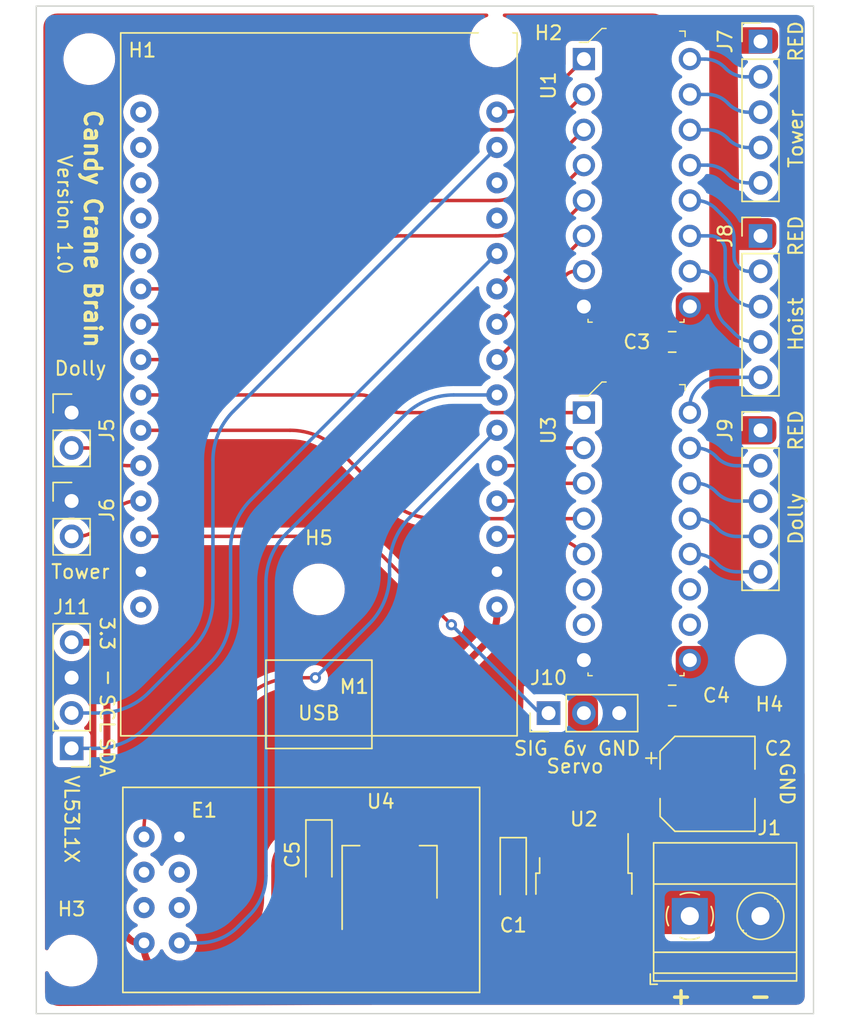
<source format=kicad_pcb>
(kicad_pcb (version 20211014) (generator pcbnew)
  (layers (0 "F.Cu" signal) (31 "B.Cu" signal) (34 "B.Paste" user) (35 "F.Paste" user) (36 "B.SilkS" user "B.Silkscreen") (37 "F.SilkS" user "F.Silkscreen") (38 "B.Mask" user) (39 "F.Mask" user) (44 "Edge.Cuts" user))
  (net 0 "")
  (net 1 "+3V3")
  (net 2 "/RX2")
  (net 3 "/TX2")
  (net 4 "/SDA")
  (net 5 "/SCL")
  (net 13 "Net-(J5-Pad2)")
  (net 15 "+6V")
  (net 16 "VIN")
  (net 17 "GND")
  (net 18 "Net-(J6-Pad2)")
  (net 19 "Net-(J7-Pad2)")
  (net 24 "Net-(J7-Pad3)")
  (net 25 "Net-(J7-Pad4)")
  (net 26 "Net-(J7-Pad5)")
  (net 27 "Net-(J8-Pad2)")
  (net 28 "Net-(J8-Pad3)")
  (net 29 "Net-(J8-Pad4)")
  (net 30 "Net-(J8-Pad5)")
  (net 31 "Net-(J9-Pad2)")
  (net 32 "Net-(J9-Pad3)")
  (net 33 "/ServoSig")
  (net 38 "Net-(J9-Pad4)")
  (net 39 "Net-(J9-Pad5)")
  (net 40 "/S3_P4")
  (net 41 "/S3_P3")
  (net 42 "/S3_P2")
  (net 43 "/S1_P1")
  (net 44 "/S1_P2")
  (net 45 "/S1_P3")
  (net 46 "/S1_P4")
  (net 47 "/S2_P1")
  (net 48 "/S2_P2")
  (net 49 "/S2_P3")
  (net 50 "/S2_P4")
  (net 51 "/S3_P1")
  (footprint "Capacitor_SMD:CP_Elec_6.3x5.9" (layer "F.Cu") (at 107.95 91.44)
    (fp_text reference "C2" (at 5.08 -2.54) (layer "F.SilkS"))
    (fp_text value "100uF")
    (pad "1" smd roundrect (at -2.8 0) (size 3.5 1.6) (layers "F.Cu" "F.Paste" "F.Mask") (roundrect_rratio 0.15625) (net 16 "VIN"))
    (pad "2" smd roundrect (at 2.8 0) (size 3.5 1.6) (layers "F.Cu" "F.Paste" "F.Mask") (roundrect_rratio 0.15625) (net 17 "GND"))
  )
  (footprint "Connector_PinHeader_2.54mm:PinHeader_1x03_P2.54mm_Vertical" (layer "F.Cu") (at 96.52 86.36 90)
    (fp_text reference "J10" (at 2.54 0 180) (layer "F.SilkS"))
    (fp_text value "Conn_01x03")
    (pad "1" thru_hole rect (at 0 0 90) (size 1.7 1.7) (drill 1) (layers *.Cu *.Mask) (net 33 "/ServoSig"))
    (pad "2" thru_hole oval (at 0 2.54 90) (size 1.7 1.7) (drill 1) (layers *.Cu *.Mask) (net 15 "+6V"))
    (pad "3" thru_hole oval (at 0 5.08 90) (size 1.7 1.7) (drill 1) (layers *.Cu *.Mask) (net 17 "GND"))
  )
  (footprint "Capacitor_Tantalum_SMD:CP_EIA-3216-12_Kemet-S_Pad1.58x1.35mm_HandSolder" (layer "F.Cu") (at 93.98 97.79 -90)
    (fp_text reference "C1" (at 3.81 0 180) (layer "F.SilkS"))
    (fp_text value "10uF")
    (pad "1" smd roundrect (at -1.4375 0 270) (size 1.575 1.35) (layers "F.Cu" "F.Paste" "F.Mask") (roundrect_rratio 0.1851851852) (net 15 "+6V"))
    (pad "2" smd roundrect (at 1.4375 0 270) (size 1.575 1.35) (layers "F.Cu" "F.Paste" "F.Mask") (roundrect_rratio 0.1851851852) (net 17 "GND"))
  )
  (footprint "Kitecraft_Boards:ESP32S_30Pin" (layer "F.Cu") (at 80.01 60.96)
    (fp_text reference "M1" (at 2.54 23.495) (layer "F.SilkS"))
    (fp_text value "ESP32_DevKitC-30Pin")
    (fp_text user "USB" (at 0 25.4) (layer "F.SilkS"))
    (pad "1" thru_hole circle locked (at 12.8 17.78) (size 1.524 1.524) (drill 0.762) (layers *.Cu *.Mask) (net 1 "+3V3"))
    (pad "2" thru_hole circle locked (at 12.8 15.24) (size 1.524 1.524) (drill 0.762) (layers *.Cu *.Mask) (net 17 "GND"))
    (pad "3" thru_hole circle locked (at 12.8 12.7) (size 1.524 1.524) (drill 0.762) (layers *.Cu *.Mask) (net 40 "/S3_P4"))
    (pad "4" thru_hole circle locked (at 12.8 10.16) (size 1.524 1.524) (drill 0.762) (layers *.Cu *.Mask) (net 42 "/S3_P2"))
    (pad "5" thru_hole circle locked (at 12.8 7.62) (size 1.524 1.524) (drill 0.762) (layers *.Cu *.Mask) (net 51 "/S3_P1"))
    (pad "6" thru_hole circle locked (at 12.8 5.08) (size 1.524 1.524) (drill 0.762) (layers *.Cu *.Mask) (net 2 "/RX2"))
    (pad "7" thru_hole circle locked (at 12.8 2.54) (size 1.524 1.524) (drill 0.762) (layers *.Cu *.Mask) (net 3 "/TX2"))
    (pad "8" thru_hole circle locked (at 12.8 0) (size 1.524 1.524) (drill 0.762) (layers *.Cu *.Mask) (net 49 "/S2_P3"))
    (pad "9" thru_hole circle locked (at 12.8 -2.54) (size 1.524 1.524) (drill 0.762) (layers *.Cu *.Mask) (net 48 "/S2_P2"))
    (pad "10" thru_hole circle locked (at 12.8 -5.08) (size 1.524 1.524) (drill 0.762) (layers *.Cu *.Mask) (net 47 "/S2_P1"))
    (pad "11" thru_hole circle locked (at 12.8 -7.62) (size 1.524 1.524) (drill 0.762) (layers *.Cu *.Mask) (net 4 "/SDA"))
    (pad "12" thru_hole circle locked (at 12.8 -10.16) (size 1.524 1.524) (drill 0.762) (layers *.Cu *.Mask))
    (pad "13" thru_hole circle locked (at 12.8 -12.7) (size 1.524 1.524) (drill 0.762) (layers *.Cu *.Mask))
    (pad "14" thru_hole circle locked (at 12.8 -15.24) (size 1.524 1.524) (drill 0.762) (layers *.Cu *.Mask) (net 5 "/SCL"))
    (pad "15" thru_hole circle locked (at 12.8 -17.78) (size 1.524 1.524) (drill 0.762) (layers *.Cu *.Mask) (net 43 "/S1_P1"))
    (pad "16" thru_hole circle locked (at -12.8 -17.78) (size 1.524 1.524) (drill 0.762) (layers *.Cu *.Mask))
    (pad "17" thru_hole circle locked (at -12.8 -15.24) (size 1.524 1.524) (drill 0.762) (layers *.Cu *.Mask))
    (pad "18" thru_hole circle locked (at -12.8 -12.7) (size 1.524 1.524) (drill 0.762) (layers *.Cu *.Mask))
    (pad "19" thru_hole circle locked (at -12.8 -10.16) (size 1.524 1.524) (drill 0.762) (layers *.Cu *.Mask))
    (pad "20" thru_hole circle locked (at -12.8 -7.62) (size 1.524 1.524) (drill 0.762) (layers *.Cu *.Mask))
    (pad "21" thru_hole circle locked (at -12.8 -5.08) (size 1.524 1.524) (drill 0.762) (layers *.Cu *.Mask) (net 44 "/S1_P2"))
    (pad "22" thru_hole circle locked (at -12.8 -2.54) (size 1.524 1.524) (drill 0.762) (layers *.Cu *.Mask) (net 45 "/S1_P3"))
    (pad "23" thru_hole circle locked (at -12.8 0) (size 1.524 1.524) (drill 0.762) (layers *.Cu *.Mask) (net 46 "/S1_P4"))
    (pad "24" thru_hole circle locked (at -12.8 2.54) (size 1.524 1.524) (drill 0.762) (layers *.Cu *.Mask) (net 50 "/S2_P4"))
    (pad "25" thru_hole circle locked (at -12.8 5.08) (size 1.524 1.524) (drill 0.762) (layers *.Cu *.Mask) (net 41 "/S3_P3"))
    (pad "26" thru_hole circle locked (at -12.8 7.62) (size 1.524 1.524) (drill 0.762) (layers *.Cu *.Mask) (net 13 "Net-(J5-Pad2)"))
    (pad "27" thru_hole circle locked (at -12.8 10.16) (size 1.524 1.524) (drill 0.762) (layers *.Cu *.Mask) (net 18 "Net-(J6-Pad2)"))
    (pad "28" thru_hole circle locked (at -12.8 12.7) (size 1.524 1.524) (drill 0.762) (layers *.Cu *.Mask) (net 33 "/ServoSig"))
    (pad "29" thru_hole circle locked (at -12.8 15.24) (size 1.524 1.524) (drill 0.762) (layers *.Cu *.Mask) (net 17 "GND"))
    (pad "30" thru_hole circle locked (at -12.8 17.78) (size 1.524 1.524) (drill 0.762) (layers *.Cu *.Mask))
  )
  (footprint "Connector_PinHeader_2.54mm:PinHeader_1x05_P2.54mm_Vertical" (layer "F.Cu") (at 111.76 66.045)
    (fp_text reference "J9" (at -2.54 -0.005 90) (layer "F.SilkS"))
    (fp_text value "Conn_01x05")
    (pad "1" thru_hole rect (at 0 0) (size 1.7 1.7) (drill 1) (layers *.Cu *.Mask) (net 15 "+6V"))
    (pad "2" thru_hole oval (at 0 2.54) (size 1.7 1.7) (drill 1) (layers *.Cu *.Mask) (net 31 "Net-(J9-Pad2)"))
    (pad "3" thru_hole oval (at 0 5.08) (size 1.7 1.7) (drill 1) (layers *.Cu *.Mask) (net 32 "Net-(J9-Pad3)"))
    (pad "4" thru_hole oval (at 0 7.62) (size 1.7 1.7) (drill 1) (layers *.Cu *.Mask) (net 38 "Net-(J9-Pad4)"))
    (pad "5" thru_hole oval (at 0 10.16) (size 1.7 1.7) (drill 1) (layers *.Cu *.Mask) (net 39 "Net-(J9-Pad5)"))
  )
  (footprint "MountingHole:MountingHole_2.7mm" (layer "F.Cu") (at 63.5 39.37)
    (fp_text reference "H1" (at 3.81 -0.635) (layer "F.SilkS"))
    (fp_text value "MountingHole")
    (pad "" np_thru_hole circle (at 0 0) (size 2.7 2.7) (drill 2.7) (layers *.Cu *.Mask))
  )
  (footprint "Package_TO_SOT_SMD:SOT-223-3_TabPin2" (layer "F.Cu") (at 85.09 97.79 90)
    (fp_text reference "U4" (at 5.08 -0.635 180) (layer "F.SilkS"))
    (fp_text value "AP1117-33")
    (pad "1" smd rect (at -3.15 -2.3 90) (size 2 1.5) (layers "F.Cu" "F.Paste" "F.Mask") (net 17 "GND"))
    (pad "2" smd rect (at -3.15 0 90) (size 2 1.5) (layers "F.Cu" "F.Paste" "F.Mask") (net 1 "+3V3"))
    (pad "2" smd rect (at 3.15 0 90) (size 2 3.8) (layers "F.Cu" "F.Paste" "F.Mask") (net 1 "+3V3"))
    (pad "3" smd rect (at -3.15 2.3 90) (size 2 1.5) (layers "F.Cu" "F.Paste" "F.Mask") (net 15 "+6V"))
  )
  (footprint "Capacitor_SMD:C_0805_2012Metric" (layer "F.Cu") (at 105.41 59.69)
    (fp_text reference "C3" (at -2.54 0) (layer "F.SilkS"))
    (fp_text value "1uF")
    (pad "1" smd roundrect (at -0.95 0) (size 1 1.45) (layers "F.Cu" "F.Paste" "F.Mask") (net 17 "GND"))
    (pad "2" smd roundrect (at 0.95 0) (size 1 1.45) (layers "F.Cu" "F.Paste" "F.Mask") (net 15 "+6V"))
  )
  (footprint "MountingHole:MountingHole_2.7mm" (layer "F.Cu") (at 80.01 77.47)
    (fp_text reference "H5" (at 0 -3.7) (layer "F.SilkS"))
    (fp_text value "MountingHole")
    (pad "" np_thru_hole circle (at 0 0) (size 2.7 2.7) (drill 2.7) (layers *.Cu *.Mask))
  )
  (footprint "Kitecraft_Package_DIP:ULN2003 on Socket" (layer "F.Cu") (at 99.06 39.37)
    (fp_text reference "U1" (at -2.54 1.905 90) (layer "F.SilkS"))
    (fp_text value "ULN2003")
    (pad "1" thru_hole rect (at 0 0) (size 1.6 1.6) (drill 1) (layers *.Cu *.Mask) (net 43 "/S1_P1"))
    (pad "2" thru_hole circle (at 0 2.54) (size 1.6 1.6) (drill 1) (layers *.Cu *.Mask) (net 44 "/S1_P2"))
    (pad "3" thru_hole circle (at 0 5.08) (size 1.6 1.6) (drill 1) (layers *.Cu *.Mask) (net 45 "/S1_P3"))
    (pad "4" thru_hole circle (at 0 7.62) (size 1.6 1.6) (drill 1) (layers *.Cu *.Mask) (net 46 "/S1_P4"))
    (pad "5" thru_hole circle (at 0 10.16) (size 1.6 1.6) (drill 1) (layers *.Cu *.Mask) (net 47 "/S2_P1"))
    (pad "6" thru_hole circle (at 0 12.7) (size 1.6 1.6) (drill 1) (layers *.Cu *.Mask) (net 48 "/S2_P2"))
    (pad "7" thru_hole circle (at 0 15.24) (size 1.6 1.6) (drill 1) (layers *.Cu *.Mask) (net 49 "/S2_P3"))
    (pad "8" thru_hole circle (at 0 17.78) (size 1.6 1.6) (drill 1) (layers *.Cu *.Mask) (net 17 "GND"))
    (pad "9" thru_hole circle (at 7.62 17.78) (size 1.6 1.6) (drill 1) (layers *.Cu *.Mask) (net 15 "+6V"))
    (pad "10" thru_hole circle (at 7.62 15.24) (size 1.6 1.6) (drill 1) (layers *.Cu *.Mask) (net 29 "Net-(J8-Pad4)"))
    (pad "11" thru_hole circle (at 7.62 12.7) (size 1.6 1.6) (drill 1) (layers *.Cu *.Mask) (net 28 "Net-(J8-Pad3)"))
    (pad "12" thru_hole circle (at 7.62 10.16) (size 1.6 1.6) (drill 1) (layers *.Cu *.Mask) (net 27 "Net-(J8-Pad2)"))
    (pad "13" thru_hole circle (at 7.62 7.62) (size 1.6 1.6) (drill 1) (layers *.Cu *.Mask) (net 26 "Net-(J7-Pad5)"))
    (pad "14" thru_hole circle (at 7.62 5.08) (size 1.6 1.6) (drill 1) (layers *.Cu *.Mask) (net 25 "Net-(J7-Pad4)"))
    (pad "15" thru_hole circle (at 7.62 2.54) (size 1.6 1.6) (drill 1) (layers *.Cu *.Mask) (net 24 "Net-(J7-Pad3)"))
    (pad "16" thru_hole circle (at 7.62 0) (size 1.6 1.6) (drill 1) (layers *.Cu *.Mask) (net 19 "Net-(J7-Pad2)"))
  )
  (footprint "Connector_PinHeader_2.54mm:PinHeader_1x02_P2.54mm_Vertical" (layer "F.Cu") (at 62.23 71.12)
    (fp_text reference "J6" (at 2.54 0.635 270) (layer "F.SilkS"))
    (fp_text value "Conn_01x02")
    (pad "1" thru_hole rect (at 0 0) (size 1.7 1.7) (drill 1) (layers *.Cu *.Mask) (net 17 "GND"))
    (pad "2" thru_hole oval (at 0 2.54) (size 1.7 1.7) (drill 1) (layers *.Cu *.Mask) (net 18 "Net-(J6-Pad2)"))
  )
  (footprint "Kitecraft_Terminal_Blocks:TerminalBlock_Phoenix_MKDS-1,5-2-5.08_1x02_P5.08mm_Horizontal" (layer "F.Cu") (at 106.675 100.94)
    (fp_text reference "J1" (at 5.72 -6.325) (layer "F.SilkS"))
    (fp_text value "Screw_Terminal_01x02")
    (pad "1" thru_hole rect locked (at 0 0) (size 2.6 2.6) (drill 1.3) (layers *.Cu *.Mask) (net 16 "VIN"))
    (pad "2" thru_hole circle locked (at 5.08 0) (size 2.6 2.6) (drill 1.3) (layers *.Cu *.Mask) (net 17 "GND"))
  )
  (footprint "MountingHole:MountingHole_2.7mm" (layer "F.Cu") (at 111.76 82.55)
    (fp_text reference "H4" (at 0.635 3.175) (layer "F.SilkS"))
    (fp_text value "MountingHole")
    (pad "" np_thru_hole circle (at 0 0) (size 2.7 2.7) (drill 2.7) (layers *.Cu *.Mask))
  )
  (footprint "Connector_PinHeader_2.54mm:PinHeader_1x02_P2.54mm_Vertical" (layer "F.Cu") (at 62.23 64.77)
    (fp_text reference "J5" (at 2.54 1.27 90) (layer "F.SilkS"))
    (fp_text value "Conn_01x02")
    (pad "1" thru_hole rect (at 0 0) (size 1.7 1.7) (drill 1) (layers *.Cu *.Mask) (net 17 "GND"))
    (pad "2" thru_hole oval (at 0 2.54) (size 1.7 1.7) (drill 1) (layers *.Cu *.Mask) (net 13 "Net-(J5-Pad2)"))
  )
  (footprint "MountingHole:MountingHole_2.7mm" (layer "F.Cu") (at 62.23 104.14)
    (fp_text reference "H3" (at 0 -3.7) (layer "F.SilkS"))
    (fp_text value "MountingHole")
    (pad "" np_thru_hole circle (at 0 0) (size 2.7 2.7) (drill 2.7) (layers *.Cu *.Mask))
  )
  (footprint "Connector_PinHeader_2.54mm:PinHeader_1x05_P2.54mm_Vertical" (layer "F.Cu") (at 111.76 38.105)
    (fp_text reference "J7" (at -2.54 -0.005 90) (layer "F.SilkS"))
    (fp_text value "Conn_01x05")
    (pad "1" thru_hole rect (at 0 0) (size 1.7 1.7) (drill 1) (layers *.Cu *.Mask) (net 15 "+6V"))
    (pad "2" thru_hole oval (at 0 2.54) (size 1.7 1.7) (drill 1) (layers *.Cu *.Mask) (net 19 "Net-(J7-Pad2)"))
    (pad "3" thru_hole oval (at 0 5.08) (size 1.7 1.7) (drill 1) (layers *.Cu *.Mask) (net 24 "Net-(J7-Pad3)"))
    (pad "4" thru_hole oval (at 0 7.62) (size 1.7 1.7) (drill 1) (layers *.Cu *.Mask) (net 25 "Net-(J7-Pad4)"))
    (pad "5" thru_hole oval (at 0 10.16) (size 1.7 1.7) (drill 1) (layers *.Cu *.Mask) (net 26 "Net-(J7-Pad5)"))
  )
  (footprint "Connector_PinHeader_2.54mm:PinHeader_1x04_P2.54mm_Vertical" (layer "F.Cu") (at 62.23 88.89 180)
    (fp_text reference "J11" (at 0 10.15 180) (layer "F.SilkS"))
    (fp_text value "Conn_01x04")
    (pad "1" thru_hole rect (at 0 0 180) (size 1.7 1.7) (drill 1) (layers *.Cu *.Mask) (net 4 "/SDA"))
    (pad "2" thru_hole oval (at 0 2.54 180) (size 1.7 1.7) (drill 1) (layers *.Cu *.Mask) (net 5 "/SCL"))
    (pad "3" thru_hole oval (at 0 5.08 180) (size 1.7 1.7) (drill 1) (layers *.Cu *.Mask) (net 17 "GND"))
    (pad "4" thru_hole oval (at 0 7.62 180) (size 1.7 1.7) (drill 1) (layers *.Cu *.Mask) (net 1 "+3V3"))
  )
  (footprint "MountingHole:MountingHole_2.7mm" (layer "F.Cu") (at 92.71 38.1)
    (fp_text reference "H2" (at 3.81 -0.61) (layer "F.SilkS"))
    (fp_text value "MountingHole")
    (pad "" np_thru_hole circle (at 0 0) (size 2.7 2.7) (drill 2.7) (layers *.Cu *.Mask))
  )
  (footprint "Capacitor_SMD:C_0805_2012Metric" (layer "F.Cu") (at 105.41 85.09)
    (fp_text reference "C4" (at 3.175 0) (layer "F.SilkS"))
    (fp_text value "1uF")
    (pad "1" smd roundrect (at -0.95 0) (size 1 1.45) (layers "F.Cu" "F.Paste" "F.Mask") (net 17 "GND"))
    (pad "2" smd roundrect (at 0.95 0) (size 1 1.45) (layers "F.Cu" "F.Paste" "F.Mask") (net 15 "+6V"))
  )
  (footprint "Kitecraft_Package_DIP:ULN2003 on Socket" (layer "F.Cu") (at 99.06 64.77)
    (fp_text reference "U3" (at -2.54 1.27 90) (layer "F.SilkS"))
    (fp_text value "ULN2003")
    (pad "1" thru_hole rect (at 0 0) (size 1.6 1.6) (drill 1) (layers *.Cu *.Mask) (net 50 "/S2_P4"))
    (pad "2" thru_hole circle (at 0 2.54) (size 1.6 1.6) (drill 1) (layers *.Cu *.Mask) (net 51 "/S3_P1"))
    (pad "3" thru_hole circle (at 0 5.08) (size 1.6 1.6) (drill 1) (layers *.Cu *.Mask) (net 42 "/S3_P2"))
    (pad "4" thru_hole circle (at 0 7.62) (size 1.6 1.6) (drill 1) (layers *.Cu *.Mask) (net 41 "/S3_P3"))
    (pad "5" thru_hole circle (at 0 10.16) (size 1.6 1.6) (drill 1) (layers *.Cu *.Mask) (net 40 "/S3_P4"))
    (pad "6" thru_hole circle (at 0 12.7) (size 1.6 1.6) (drill 1) (layers *.Cu *.Mask))
    (pad "7" thru_hole circle (at 0 15.24) (size 1.6 1.6) (drill 1) (layers *.Cu *.Mask))
    (pad "8" thru_hole circle (at 0 17.78) (size 1.6 1.6) (drill 1) (layers *.Cu *.Mask) (net 17 "GND"))
    (pad "9" thru_hole circle (at 7.62 17.78) (size 1.6 1.6) (drill 1) (layers *.Cu *.Mask) (net 15 "+6V"))
    (pad "10" thru_hole circle (at 7.62 15.24) (size 1.6 1.6) (drill 1) (layers *.Cu *.Mask))
    (pad "11" thru_hole circle (at 7.62 12.7) (size 1.6 1.6) (drill 1) (layers *.Cu *.Mask))
    (pad "12" thru_hole circle (at 7.62 10.16) (size 1.6 1.6) (drill 1) (layers *.Cu *.Mask) (net 39 "Net-(J9-Pad5)"))
    (pad "13" thru_hole circle (at 7.62 7.62) (size 1.6 1.6) (drill 1) (layers *.Cu *.Mask) (net 38 "Net-(J9-Pad4)"))
    (pad "14" thru_hole circle (at 7.62 5.08) (size 1.6 1.6) (drill 1) (layers *.Cu *.Mask) (net 32 "Net-(J9-Pad3)"))
    (pad "15" thru_hole circle (at 7.62 2.54) (size 1.6 1.6) (drill 1) (layers *.Cu *.Mask) (net 31 "Net-(J9-Pad2)"))
    (pad "16" thru_hole circle (at 7.62 0) (size 1.6 1.6) (drill 1) (layers *.Cu *.Mask) (net 30 "Net-(J8-Pad5)"))
  )
  (footprint "Kitecraft_Boards:ESP-01_With_Header" (layer "F.Cu") (at 68.707 99.06 -90)
    (fp_text reference "E1" (at -5.715 -3.048 180) (layer "F.SilkS"))
    (fp_text value "ESP-01")
    (pad "1" thru_hole circle locked (at -3.81 -1.27 270) (size 1.524 1.524) (drill 0.762) (layers *.Cu *.Mask) (net 17 "GND"))
    (pad "2" thru_hole circle locked (at -3.81 1.27 270) (size 1.524 1.524) (drill 0.762) (layers *.Cu *.Mask) (net 2 "/RX2"))
    (pad "3" thru_hole circle locked (at -1.27 -1.27 270) (size 1.524 1.524) (drill 0.762) (layers *.Cu *.Mask))
    (pad "4" thru_hole circle locked (at -1.27 1.27 270) (size 1.524 1.524) (drill 0.762) (layers *.Cu *.Mask))
    (pad "5" thru_hole circle locked (at 1.27 -1.27 270) (size 1.524 1.524) (drill 0.762) (layers *.Cu *.Mask))
    (pad "6" thru_hole circle locked (at 1.27 1.27 270) (size 1.524 1.524) (drill 0.762) (layers *.Cu *.Mask))
    (pad "7" thru_hole circle locked (at 3.81 -1.27 270) (size 1.524 1.524) (drill 0.762) (layers *.Cu *.Mask) (net 3 "/TX2"))
    (pad "8" thru_hole circle locked (at 3.81 1.27 270) (size 1.524 1.524) (drill 0.762) (layers *.Cu *.Mask) (net 1 "+3V3"))
  )
  (footprint "Connector_PinHeader_2.54mm:PinHeader_1x05_P2.54mm_Vertical" (layer "F.Cu") (at 111.76 52.075)
    (fp_text reference "J8" (at -2.54 -0.005 90) (layer "F.SilkS"))
    (fp_text value "Conn_01x05")
    (pad "1" thru_hole rect (at 0 0) (size 1.7 1.7) (drill 1) (layers *.Cu *.Mask) (net 15 "+6V"))
    (pad "2" thru_hole oval (at 0 2.54) (size 1.7 1.7) (drill 1) (layers *.Cu *.Mask) (net 27 "Net-(J8-Pad2)"))
    (pad "3" thru_hole oval (at 0 5.08) (size 1.7 1.7) (drill 1) (layers *.Cu *.Mask) (net 28 "Net-(J8-Pad3)"))
    (pad "4" thru_hole oval (at 0 7.62) (size 1.7 1.7) (drill 1) (layers *.Cu *.Mask) (net 29 "Net-(J8-Pad4)"))
    (pad "5" thru_hole oval (at 0 10.16) (size 1.7 1.7) (drill 1) (layers *.Cu *.Mask) (net 30 "Net-(J8-Pad5)"))
  )
  (footprint "Capacitor_Tantalum_SMD:CP_EIA-3216-12_Kemet-S_Pad1.58x1.35mm_HandSolder" (layer "F.Cu") (at 80.01 96.52 -90)
    (fp_text reference "C5" (at 0 1.905 90) (layer "F.SilkS"))
    (fp_text value "10uF")
    (pad "1" smd roundrect (at -1.4375 0 270) (size 1.575 1.35) (layers "F.Cu" "F.Paste" "F.Mask") (roundrect_rratio 0.1851851852) (net 1 "+3V3"))
    (pad "2" smd roundrect (at 1.4375 0 270) (size 1.575 1.35) (layers "F.Cu" "F.Paste" "F.Mask") (roundrect_rratio 0.1851851852) (net 17 "GND"))
  )
  (footprint "Package_TO_SOT_SMD:TO-252-2" (layer "F.Cu") (at 99.06 100.33 -90)
    (fp_text reference "U2" (at -6.35 0 180) (layer "F.SilkS"))
    (fp_text value "BA7806")
    (pad "1" smd rect (at -4.2 -2.28 270) (size 2.2 1.2) (layers "F.Cu" "F.Paste" "F.Mask") (net 16 "VIN"))
    (pad "2" smd rect (at 2.1 0 270) (size 6.4 5.8) (layers "F.Cu" "F.Mask") (net 17 "GND"))
    (pad "3" smd rect (at -4.2 2.28 270) (size 2.2 1.2) (layers "F.Cu" "F.Paste" "F.Mask") (net 15 "+6V"))
  )
  (gr_line (start 59.69 35.56) (end 59.69 107.95) (layer "Edge.Cuts") (width 0.1))
  (gr_line (start 115.57 35.56) (end 59.69 35.56) (layer "Edge.Cuts") (width 0.1))
  (gr_line (start 59.69 107.95) (end 115.57 107.95) (layer "Edge.Cuts") (width 0.1))
  (gr_line (start 115.57 107.95) (end 115.57 35.56) (layer "Edge.Cuts") (width 0.1))
  (gr_text "GND" (at 113.665 91.44 270) (layer "F.SilkS") (effects (font (size 1 1))))
  (gr_text "VL53L1X" (at 62.23 93.98 270) (layer "F.SilkS") (effects (font (size 1 1))))
  (gr_text "RED" (at 114.3 38.1 90) (layer "F.SilkS") (effects (font (size 1 1))))
  (gr_text "Version 1.0" (at 61.722 50.546 270) (layer "F.SilkS") (effects (font (size 1 1))))
  (gr_text "-" (at 111.76 106.68) (layer "F.SilkS") (effects (font (size 1.2 1.2) (thickness 0.25))))
  (gr_text "6v" (at 98.425 88.9) (layer "F.SilkS") (effects (font (size 1 1))))
  (gr_text "Servo" (at 98.425 90.17) (layer "F.SilkS") (effects (font (size 1 1))))
  (gr_text "GND" (at 101.6 88.9) (layer "F.SilkS") (effects (font (size 1 1))))
  (gr_text "Tower" (at 114.3 45.085 90) (layer "F.SilkS") (effects (font (size 1 1))))
  (gr_text "Dolly" (at 114.3 72.39 90) (layer "F.SilkS") (effects (font (size 1 1))))
  (gr_text "RED" (at 114.3 52.07 90) (layer "F.SilkS") (effects (font (size 1 1))))
  (gr_text "SCL" (at 64.77 86.36 270) (layer "F.SilkS") (effects (font (size 1 1))))
  (gr_text "Dolly" (at 62.865 61.595) (layer "F.SilkS") (effects (font (size 1 1))))
  (gr_text "-" (at 64.77 83.82 90) (layer "F.SilkS") (effects (font (size 1 1))))
  (gr_text "RED" (at 114.3 66.04 90) (layer "F.SilkS") (effects (font (size 1 1))))
  (gr_text "Tower" (at 62.865 76.2) (layer "F.SilkS") (effects (font (size 1 1))))
  (gr_text "Candy Crane Brain" (at 63.754 51.562 270) (layer "F.SilkS") (effects (font (size 1.2 1.2) (thickness 0.25))))
  (gr_text "Hoist" (at 114.3 58.42 90) (layer "F.SilkS") (effects (font (size 1 1))))
  (gr_text "3.3" (at 64.77 80.645 270) (layer "F.SilkS") (effects (font (size 1 1))))
  (gr_text "SDA" (at 64.77 89.535 270) (layer "F.SilkS") (effects (font (size 1 1))))
  (gr_text "+" (at 106.045 106.68) (layer "F.SilkS") (effects (font (size 1.2 1.2) (thickness 0.25))))
  (gr_text "SIG" (at 95.25 88.9) (layer "F.SilkS") (effects (font (size 1 1))))
  (segment (start 92.81 79.302359) (end 92.81 78.74) (width 0.5) (layer "F.Cu") (net 1))
  (segment (start 79.100927 95.0825) (end 80.01 95.0825) (width 0.5) (layer "F.Cu") (net 1))
  (segment (start 69.869534 105.41) (end 71.080932 105.41) (width 0.5) (layer "F.Cu") (net 1))
  (segment (start 68.022787 104.598787) (end 68.101767 104.677767) (width 0.5) (layer "F.Cu") (net 1))
  (segment (start 67.437 102.87) (end 67.437 103.184573) (width 0.5) (layer "F.Cu") (net 1))
  (segment (start 80.01 95.0825) (end 80.01 94.587641) (width 0.5) (layer "F.Cu") (net 1))
  (segment (start 64.417893 81.562893) (end 64.477107 81.622107) (width 0.5) (layer "F.Cu") (net 1))
  (segment (start 85.09 94.64) (end 85.09 100.94) (width 0.5) (layer "F.Cu") (net 1))
  (segment (start 74.616466 103.945534) (end 75.370534 103.191466) (width 0.5) (layer "F.Cu") (net 1))
  (segment (start 65.64868 101.84368) (end 66.382107 102.577107) (width 0.5) (layer "F.Cu") (net 1))
  (segment (start 64.77 82.329214) (end 64.77 99.722359) (width 0.5) (layer "F.Cu") (net 1))
  (segment (start 76.835 99.655932) (end 76.835 97.348427) (width 0.5) (layer "F.Cu") (net 1))
  (segment (start 67.089214 102.87) (end 67.437 102.87) (width 0.5) (layer "F.Cu") (net 1))
  (segment (start 62.23 81.27) (end 63.710786 81.27) (width 0.5) (layer "F.Cu") (net 1))
  (segment (start 80.88868 92.46632) (end 91.931321 81.423679) (width 0.5) (layer "F.Cu") (net 1))
  (segment (start 77.420787 95.934213) (end 77.686714 95.668286) (width 0.5) (layer "F.Cu") (net 1))
  (arc (start 92.81 79.302359) (mid 92.581639 80.450409) (end 91.931321 81.423679) (width 0.5) (layer "F.Cu") (net 1))
  (arc (start 67.437 103.184573) (mid 67.589241 103.94994) (end 68.022787 104.598787) (width 0.5) (layer "F.Cu") (net 1))
  (arc (start 76.835 97.348427) (mid 76.987241 96.58306) (end 77.420787 95.934213) (width 0.5) (layer "F.Cu") (net 1))
  (arc (start 64.77 82.329214) (mid 64.69388 81.946531) (end 64.477107 81.622107) (width 0.5) (layer "F.Cu") (net 1))
  (arc (start 79.100927 95.0825) (mid 78.33556 95.234741) (end 77.686714 95.668286) (width 0.5) (layer "F.Cu") (net 1))
  (arc (start 75.370534 103.191466) (mid 76.454398 101.569349) (end 76.835 99.655932) (width 0.5) (layer "F.Cu") (net 1))
  (arc (start 68.101767 104.677767) (mid 68.912825 105.219699) (end 69.869534 105.41) (width 0.5) (layer "F.Cu") (net 1))
  (arc (start 64.417893 81.562893) (mid 64.09347 81.34612) (end 63.710786 81.27) (width 0.5) (layer "F.Cu") (net 1))
  (arc (start 64.77 99.722359) (mid 64.998362 100.87041) (end 65.64868 101.84368) (width 0.5) (layer "F.Cu") (net 1))
  (arc (start 66.382107 102.577107) (mid 66.70653 102.79388) (end 67.089214 102.87) (width 0.5) (layer "F.Cu") (net 1))
  (arc (start 80.88868 92.46632) (mid 80.238361 93.43959) (end 80.01 94.587641) (width 0.5) (layer "F.Cu") (net 1))
  (arc (start 74.616466 103.945534) (mid 72.994349 105.029398) (end 71.080932 105.41) (width 0.5) (layer "F.Cu") (net 1))
  (segment (start 74.735534 85.284466) (end 68.901466 91.118534) (width 0.25) (layer "F.Cu") (net 2))
  (segment (start 79.756 83.82) (end 78.271068 83.82) (width 0.25) (layer "F.Cu") (net 2))
  (segment (start 67.437 94.654068) (end 67.437 95.25) (width 0.25) (layer "F.Cu") (net 2))
  (via (at 79.756 83.82) (size 0.8) (drill 0.4) (layers "F.Cu" "B.Cu") (net 2))
  (arc (start 74.735534 85.284466) (mid 76.357651 84.200602) (end 78.271068 83.82) (width 0.25) (layer "F.Cu") (net 2))
  (arc (start 68.901466 91.118534) (mid 67.817602 92.740651) (end 67.437 94.654068) (width 0.25) (layer "F.Cu") (net 2))
  (segment (start 92.81 66.04) (end 86.554466 72.295534) (width 0.25) (layer "B.Cu") (net 2))
  (segment (start 83.625534 79.950466) (end 79.756 83.82) (width 0.25) (layer "B.Cu") (net 2))
  (segment (start 85.09 75.831068) (end 85.09 76.414932) (width 0.25) (layer "B.Cu") (net 2))
  (arc (start 83.625534 79.950466) (mid 84.709398 78.328349) (end 85.09 76.414932) (width 0.25) (layer "B.Cu") (net 2))
  (arc (start 86.554466 72.295534) (mid 85.470602 73.917651) (end 85.09 75.831068) (width 0.25) (layer "B.Cu") (net 2))
  (segment (start 76.2 77.001068) (end 76.2 98.038146) (width 0.25) (layer "B.Cu") (net 3))
  (segment (start 86.165534 64.964466) (end 77.664466 73.465534) (width 0.25) (layer "B.Cu") (net 3))
  (segment (start 75.028427 100.866573) (end 74.196573 101.698427) (width 0.25) (layer "B.Cu") (net 3))
  (segment (start 71.368146 102.87) (end 69.977 102.87) (width 0.25) (layer "B.Cu") (net 3))
  (segment (start 92.81 63.5) (end 89.701068 63.5) (width 0.25) (layer "B.Cu") (net 3))
  (arc (start 77.664466 73.465534) (mid 76.580602 75.087651) (end 76.2 77.001068) (width 0.25) (layer "B.Cu") (net 3))
  (arc (start 74.196573 101.698427) (mid 72.89888 102.565518) (end 71.368146 102.87) (width 0.25) (layer "B.Cu") (net 3))
  (arc (start 86.165534 64.964466) (mid 87.787651 63.880602) (end 89.701068 63.5) (width 0.25) (layer "B.Cu") (net 3))
  (arc (start 76.2 98.038146) (mid 75.895518 99.56888) (end 75.028427 100.866573) (width 0.25) (layer "B.Cu") (net 3))
  (segment (start 72.195534 82.744466) (end 67.514466 87.425534) (width 0.25) (layer "B.Cu") (net 4))
  (segment (start 92.81 53.34) (end 75.124466 71.025534) (width 0.25) (layer "B.Cu") (net 4))
  (segment (start 63.978932 88.89) (end 62.23 88.89) (width 0.25) (layer "B.Cu") (net 4))
  (segment (start 73.66 74.561068) (end 73.66 79.208932) (width 0.25) (layer "B.Cu") (net 4))
  (arc (start 73.66 79.208932) (mid 73.279398 81.122349) (end 72.195534 82.744466) (width 0.25) (layer "B.Cu") (net 4))
  (arc (start 73.66 74.561068) (mid 74.040602 72.647651) (end 75.124466 71.025534) (width 0.25) (layer "B.Cu") (net 4))
  (arc (start 67.514466 87.425534) (mid 65.892349 88.509398) (end 63.978932 88.89) (width 0.25) (layer "B.Cu") (net 4))
  (segment (start 72.39 78.192932) (end 72.39 68.211068) (width 0.25) (layer "B.Cu") (net 5))
  (segment (start 92.81 45.72) (end 73.854466 64.675534) (width 0.25) (layer "B.Cu") (net 5))
  (segment (start 67.768466 84.885534) (end 70.925534 81.728466) (width 0.25) (layer "B.Cu") (net 5))
  (segment (start 62.23 86.35) (end 64.232932 86.35) (width 0.25) (layer "B.Cu") (net 5))
  (arc (start 72.39 68.211068) (mid 72.770602 66.297651) (end 73.854466 64.675534) (width 0.25) (layer "B.Cu") (net 5))
  (arc (start 64.232932 86.35) (mid 66.146349 85.969398) (end 67.768466 84.885534) (width 0.25) (layer "B.Cu") (net 5))
  (arc (start 72.39 78.192932) (mid 72.009398 80.106349) (end 70.925534 81.728466) (width 0.25) (layer "B.Cu") (net 5))
  (segment (start 64.720787 67.895787) (end 64.819214 67.994214) (width 0.25) (layer "F.Cu") (net 13))
  (segment (start 62.23 67.31) (end 63.306573 67.31) (width 0.25) (layer "F.Cu") (net 13))
  (segment (start 66.233427 68.58) (end 67.21 68.58) (width 0.25) (layer "F.Cu") (net 13))
  (arc (start 63.306573 67.31) (mid 64.07194 67.462241) (end 64.720787 67.895787) (width 0.25) (layer "F.Cu") (net 13))
  (arc (start 64.819214 67.994214) (mid 65.46806 68.427759) (end 66.233427 68.58) (width 0.25) (layer "F.Cu") (net 13))
  (segment (start 66.868427 71.12) (end 67.21 71.12) (width 0.25) (layer "F.Cu") (net 18))
  (segment (start 62.23 73.66) (end 62.671573 73.66) (width 0.25) (layer "F.Cu") (net 18))
  (segment (start 64.085787 73.074213) (end 65.454214 71.705786) (width 0.25) (layer "F.Cu") (net 18))
  (arc (start 64.085787 73.074213) (mid 63.43694 73.507759) (end 62.671573 73.66) (width 0.25) (layer "F.Cu") (net 18))
  (arc (start 65.454214 71.705786) (mid 66.10306 71.272241) (end 66.868427 71.12) (width 0.25) (layer "F.Cu") (net 18))
  (segment (start 110.688427 40.645) (end 111.76 40.645) (width 0.25) (layer "B.Cu") (net 19))
  (segment (start 106.68 39.37) (end 107.756573 39.37) (width 0.25) (layer "B.Cu") (net 19))
  (segment (start 109.170787 39.955787) (end 109.274214 40.059214) (width 0.25) (layer "B.Cu") (net 19))
  (arc (start 109.274214 40.059214) (mid 109.92306 40.492759) (end 110.688427 40.645) (width 0.25) (layer "B.Cu") (net 19))
  (arc (start 109.170787 39.955787) (mid 108.52194 39.522241) (end 107.756573 39.37) (width 0.25) (layer "B.Cu") (net 19))
  (segment (start 106.68 41.91) (end 107.95 41.91) (width 0.25) (layer "B.Cu") (net 24))
  (segment (start 109.364214 42.495787) (end 109.467641 42.599214) (width 0.25) (layer "B.Cu") (net 24))
  (arc (start 109.364214 42.495787) (mid 108.715367 42.062241) (end 107.95 41.91) (width 0.25) (layer "B.Cu") (net 24))
  (arc (start 109.467641 42.599214) (mid 110.116487 43.032759) (end 110.881854 43.185) (width 0.25) (layer "B.Cu") (net 24))
  (segment (start 106.68 44.45) (end 107.95 44.45) (width 0.25) (layer "B.Cu") (net 25))
  (segment (start 109.364214 45.035787) (end 109.467641 45.139214) (width 0.25) (layer "B.Cu") (net 25))
  (arc (start 109.364214 45.035787) (mid 108.715367 44.602241) (end 107.95 44.45) (width 0.25) (layer "B.Cu") (net 25))
  (arc (start 109.467641 45.139214) (mid 110.116487 45.572759) (end 110.881854 45.725) (width 0.25) (layer "B.Cu") (net 25))
  (segment (start 109.364214 47.575787) (end 109.467641 47.679214) (width 0.25) (layer "B.Cu") (net 26))
  (segment (start 106.68 46.99) (end 107.95 46.99) (width 0.25) (layer "B.Cu") (net 26))
  (arc (start 109.467641 47.679214) (mid 110.116487 48.112759) (end 110.881854 48.265) (width 0.25) (layer "B.Cu") (net 26))
  (arc (start 109.364214 47.575787) (mid 108.715367 47.142241) (end 107.95 46.99) (width 0.25) (layer "B.Cu") (net 26))
  (segment (start 108.535787 50.115787) (end 109.269214 50.849214) (width 0.25) (layer "B.Cu") (net 27))
  (segment (start 106.68 49.53) (end 107.121573 49.53) (width 0.25) (layer "B.Cu") (net 27))
  (segment (start 110.147893 54.267893) (end 110.202107 54.322107) (width 0.25) (layer "B.Cu") (net 27))
  (segment (start 110.909214 54.615) (end 111.76 54.615) (width 0.25) (layer "B.Cu") (net 27))
  (segment (start 109.855 52.263427) (end 109.855 53.560786) (width 0.25) (layer "B.Cu") (net 27))
  (arc (start 107.121573 49.53) (mid 107.88694 49.682241) (end 108.535787 50.115787) (width 0.25) (layer "B.Cu") (net 27))
  (arc (start 110.909214 54.615) (mid 110.526531 54.53888) (end 110.202107 54.322107) (width 0.25) (layer "B.Cu") (net 27))
  (arc (start 109.269214 50.849214) (mid 109.702759 51.49806) (end 109.855 52.263427) (width 0.25) (layer "B.Cu") (net 27))
  (arc (start 110.147893 54.267893) (mid 109.93112 53.94347) (end 109.855 53.560786) (width 0.25) (layer "B.Cu") (net 27))
  (segment (start 108.877893 52.362893) (end 108.927107 52.412107) (width 0.25) (layer "B.Cu") (net 28))
  (segment (start 109.805787 56.465787) (end 109.909214 56.569214) (width 0.25) (layer "B.Cu") (net 28))
  (segment (start 109.22 53.119214) (end 109.22 55.051573) (width 0.25) (layer "B.Cu") (net 28))
  (segment (start 111.323427 57.155) (end 111.76 57.155) (width 0.25) (layer "B.Cu") (net 28))
  (segment (start 106.68 52.07) (end 108.170786 52.07) (width 0.25) (layer "B.Cu") (net 28))
  (arc (start 109.22 53.119214) (mid 109.14388 52.736531) (end 108.927107 52.412107) (width 0.25) (layer "B.Cu") (net 28))
  (arc (start 111.323427 57.155) (mid 110.55806 57.002759) (end 109.909214 56.569214) (width 0.25) (layer "B.Cu") (net 28))
  (arc (start 108.877893 52.362893) (mid 108.55347 52.14612) (end 108.170786 52.07) (width 0.25) (layer "B.Cu") (net 28))
  (arc (start 109.22 55.051573) (mid 109.372241 55.81694) (end 109.805787 56.465787) (width 0.25) (layer "B.Cu") (net 28))
  (segment (start 108.242893 54.902893) (end 108.292107 54.952107) (width 0.25) (layer "B.Cu") (net 29))
  (segment (start 109.170787 58.365787) (end 109.909214 59.104214) (width 0.25) (layer "B.Cu") (net 29))
  (segment (start 106.68 54.61) (end 107.535786 54.61) (width 0.25) (layer "B.Cu") (net 29))
  (segment (start 111.323427 59.69) (end 111.76 59.69) (width 0.25) (layer "B.Cu") (net 29))
  (segment (start 108.585 55.659214) (end 108.585 56.956573) (width 0.25) (layer "B.Cu") (net 29))
  (arc (start 108.242893 54.902893) (mid 107.91847 54.68612) (end 107.535786 54.61) (width 0.25) (layer "B.Cu") (net 29))
  (arc (start 111.323427 59.69) (mid 110.55806 59.537759) (end 109.909214 59.104214) (width 0.25) (layer "B.Cu") (net 29))
  (arc (start 108.585 56.956573) (mid 108.737241 57.72194) (end 109.170787 58.370787) (width 0.25) (layer "B.Cu") (net 29))
  (arc (start 108.292107 54.952107) (mid 108.50888 55.27653) (end 108.585 55.659214) (width 0.25) (layer "B.Cu") (net 29))
  (segment (start 108.773427 62.235) (end 111.76 62.235) (width 0.25) (layer "B.Cu") (net 30))
  (segment (start 106.68 64.77) (end 106.68 64.328427) (width 0.25) (layer "B.Cu") (net 30))
  (segment (start 107.265787 62.914213) (end 107.359214 62.820786) (width 0.25) (layer "B.Cu") (net 30))
  (arc (start 108.773427 62.235) (mid 108.00806 62.387241) (end 107.359214 62.820786) (width 0.25) (layer "B.Cu") (net 30))
  (arc (start 106.68 64.328427) (mid 106.832241 63.56306) (end 107.265787 62.914213) (width 0.25) (layer "B.Cu") (net 30))
  (segment (start 110.053427 68.585) (end 111.76 68.585) (width 0.25) (layer "B.Cu") (net 31))
  (segment (start 106.68 67.31) (end 107.121573 67.31) (width 0.25) (layer "B.Cu") (net 31))
  (segment (start 108.535787 67.895787) (end 108.639214 67.999214) (width 0.25) (layer "B.Cu") (net 31))
  (arc (start 107.121573 67.31) (mid 107.88694 67.462241) (end 108.535787 67.895787) (width 0.25) (layer "B.Cu") (net 31))
  (arc (start 108.639214 67.999214) (mid 109.28806 68.432759) (end 110.053427 68.585) (width 0.25) (layer "B.Cu") (net 31))
  (segment (start 106.68 69.85) (end 107.121573 69.85) (width 0.25) (layer "B.Cu") (net 32))
  (segment (start 110.053427 71.125) (end 111.76 71.125) (width 0.25) (layer "B.Cu") (net 32))
  (segment (start 108.535787 70.435787) (end 108.639214 70.539214) (width 0.25) (layer "B.Cu") (net 32))
  (arc (start 107.121573 69.85) (mid 107.88694 70.002241) (end 108.535787 70.435787) (width 0.25) (layer "B.Cu") (net 32))
  (arc (start 108.639214 70.539214) (mid 109.28806 70.972759) (end 110.053427 71.125) (width 0.25) (layer "B.Cu") (net 32))
  (segment (start 84.649466 75.124466) (end 89.535 80.01) (width 0.25) (layer "F.Cu") (net 33))
  (segment (start 67.21 73.66) (end 81.113932 73.66) (width 0.25) (layer "F.Cu") (net 33))
  (via (at 89.535 80.01) (size 0.8) (drill 0.4) (layers "F.Cu" "B.Cu") (net 33))
  (arc (start 84.649466 75.124466) (mid 83.027349 74.040602) (end 81.113932 73.66) (width 0.25) (layer "F.Cu") (net 33))
  (segment (start 95.885 86.36) (end 96.52 86.36) (width 0.25) (layer "B.Cu") (net 33))
  (segment (start 89.535 80.01) (end 95.885 86.36) (width 0.25) (layer "B.Cu") (net 33))
  (segment (start 110.053427 73.665) (end 111.76 73.665) (width 0.25) (layer "B.Cu") (net 38))
  (segment (start 106.68 72.39) (end 107.121573 72.39) (width 0.25) (layer "B.Cu") (net 38))
  (segment (start 108.535787 72.975787) (end 108.639214 73.079214) (width 0.25) (layer "B.Cu") (net 38))
  (arc (start 110.053427 73.665) (mid 109.28806 73.512759) (end 108.639214 73.079214) (width 0.25) (layer "B.Cu") (net 38))
  (arc (start 107.121573 72.39) (mid 107.88694 72.542241) (end 108.535787 72.975787) (width 0.25) (layer "B.Cu") (net 38))
  (segment (start 106.68 74.93) (end 107.121573 74.93) (width 0.25) (layer "B.Cu") (net 39))
  (segment (start 108.535787 75.515787) (end 108.639214 75.619214) (width 0.25) (layer "B.Cu") (net 39))
  (segment (start 110.053427 76.205) (end 111.76 76.205) (width 0.25) (layer "B.Cu") (net 39))
  (arc (start 108.535787 75.515787) (mid 107.88694 75.082241) (end 107.121573 74.93) (width 0.25) (layer "B.Cu") (net 39))
  (arc (start 108.639214 75.619214) (mid 109.28806 76.052759) (end 110.053427 76.205) (width 0.25) (layer "B.Cu") (net 39))
  (segment (start 98.961573 74.831573) (end 99.06 74.93) (width 0.25) (layer "F.Cu") (net 40))
  (segment (start 92.81 73.66) (end 96.133146 73.66) (width 0.25) (layer "F.Cu") (net 40))
  (arc (start 98.961573 74.831573) (mid 97.66388 73.964482) (end 96.133146 73.66) (width 0.25) (layer "F.Cu") (net 40))
  (segment (start 81.474466 67.504466) (end 84.895534 70.925534) (width 0.25) (layer "F.Cu") (net 41))
  (segment (start 88.431068 72.39) (end 99.06 72.39) (width 0.25) (layer "F.Cu") (net 41))
  (segment (start 67.21 66.04) (end 77.938932 66.04) (width 0.25) (layer "F.Cu") (net 41))
  (arc (start 77.938932 66.04) (mid 79.852349 66.420602) (end 81.474466 67.504466) (width 0.25) (layer "F.Cu") (net 41))
  (arc (start 84.895534 70.925534) (mid 86.517651 72.009398) (end 88.431068 72.39) (width 0.25) (layer "F.Cu") (net 41))
  (segment (start 96.713427 69.85) (end 99.06 69.85) (width 0.25) (layer "F.Cu") (net 42))
  (segment (start 92.81 71.12) (end 93.786573 71.12) (width 0.25) (layer "F.Cu") (net 42))
  (segment (start 95.200787 70.534213) (end 95.299214 70.435786) (width 0.25) (layer "F.Cu") (net 42))
  (arc (start 93.786573 71.12) (mid 94.55194 70.967759) (end 95.200787 70.534213) (width 0.25) (layer "F.Cu") (net 42))
  (arc (start 96.713427 69.85) (mid 95.94806 70.002241) (end 95.299214 70.435786) (width 0.25) (layer "F.Cu") (net 42))
  (segment (start 92.81 43.18) (end 93.178932 43.18) (width 0.25) (layer "F.Cu") (net 43))
  (segment (start 96.714466 41.715534) (end 99.06 39.37) (width 0.25) (layer "F.Cu") (net 43))
  (arc (start 96.714466 41.715534) (mid 95.092349 42.799398) (end 93.178932 43.18) (width 0.25) (layer "F.Cu") (net 43))
  (segment (start 85.891068 44.45) (end 94.448932 44.45) (width 0.25) (layer "F.Cu") (net 44))
  (segment (start 73.854466 54.415534) (end 82.355534 45.914466) (width 0.25) (layer "F.Cu") (net 44))
  (segment (start 67.21 55.88) (end 70.318932 55.88) (width 0.25) (layer "F.Cu") (net 44))
  (segment (start 97.984466 42.985534) (end 99.06 41.91) (width 0.25) (layer "F.Cu") (net 44))
  (arc (start 82.355534 45.914466) (mid 83.977651 44.830602) (end 85.891068 44.45) (width 0.25) (layer "F.Cu") (net 44))
  (arc (start 70.318932 55.88) (mid 72.232349 55.499398) (end 73.854466 54.415534) (width 0.25) (layer "F.Cu") (net 44))
  (arc (start 94.448932 44.45) (mid 96.362349 44.069398) (end 97.984466 42.985534) (width 0.25) (layer "F.Cu") (net 44))
  (segment (start 76.394466 56.955534) (end 82.355534 50.994466) (width 0.25) (layer "F.Cu") (net 45))
  (segment (start 85.891068 49.53) (end 92.737359 49.53) (width 0.25) (layer "F.Cu") (net 45))
  (segment (start 67.21 58.42) (end 72.858932 58.42) (width 0.25) (layer "F.Cu") (net 45))
  (segment (start 94.85868 48.65132) (end 99.06 44.45) (width 0.25) (layer "F.Cu") (net 45))
  (arc (start 85.891068 49.53) (mid 83.977651 49.910602) (end 82.355534 50.994466) (width 0.25) (layer "F.Cu") (net 45))
  (arc (start 72.858932 58.42) (mid 74.772349 58.039398) (end 76.394466 56.955534) (width 0.25) (layer "F.Cu") (net 45))
  (arc (start 94.85868 48.65132) (mid 93.88541 49.301639) (end 92.737359 49.53) (width 0.25) (layer "F.Cu") (net 45))
  (segment (start 67.21 60.96) (end 72.858932 60.96) (width 0.25) (layer "F.Cu") (net 46))
  (segment (start 94.85868 51.19132) (end 99.06 46.99) (width 0.25) (layer "F.Cu") (net 46))
  (segment (start 76.394466 59.495534) (end 82.355534 53.534466) (width 0.25) (layer "F.Cu") (net 46))
  (segment (start 85.891068 52.07) (end 92.737359 52.07) (width 0.25) (layer "F.Cu") (net 46))
  (arc (start 72.858932 60.96) (mid 74.772349 60.579398) (end 76.394466 59.495534) (width 0.25) (layer "F.Cu") (net 46))
  (arc (start 82.355534 53.534466) (mid 83.977651 52.450602) (end 85.891068 52.07) (width 0.25) (layer "F.Cu") (net 46))
  (arc (start 92.737359 52.07) (mid 93.88541 51.841638) (end 94.85868 51.19132) (width 0.25) (layer "F.Cu") (net 46))
  (segment (start 92.81 55.88) (end 99.06 49.63) (width 0.25) (layer "F.Cu") (net 47))
  (segment (start 99.06 49.63) (end 99.06 49.53) (width 0.25) (layer "F.Cu") (net 47))
  (segment (start 99.06 52.17) (end 99.06 52.07) (width 0.25) (layer "F.Cu") (net 48))
  (segment (start 92.81 58.42) (end 99.06 52.17) (width 0.25) (layer "F.Cu") (net 48))
  (segment (start 98.458214 54.61) (end 99.06 54.61) (width 0.25) (layer "F.Cu") (net 49))
  (segment (start 92.81 60.96) (end 96.227107 57.542893) (width 0.25) (layer "F.Cu") (net 49))
  (segment (start 96.812893 55.841107) (end 97.751107 54.902893) (width 0.25) (layer "F.Cu") (net 49))
  (segment (start 96.52 56.835786) (end 96.52 56.548214) (width 0.25) (layer "F.Cu") (net 49))
  (arc (start 98.458214 54.61) (mid 98.075531 54.68612) (end 97.751107 54.902893) (width 0.25) (layer "F.Cu") (net 49))
  (arc (start 96.227107 57.542893) (mid 96.44388 57.21847) (end 96.52 56.835786) (width 0.25) (layer "F.Cu") (net 49))
  (arc (start 96.52 56.548214) (mid 96.59612 56.165531) (end 96.812893 55.841107) (width 0.25) (layer "F.Cu") (net 49))
  (segment (start 84.504213 64.184213) (end 84.405786 64.085786) (width 0.25) (layer "F.Cu") (net 50))
  (segment (start 99.06 64.77) (end 85.918427 64.77) (width 0.25) (layer "F.Cu") (net 50))
  (segment (start 82.991573 63.5) (end 67.21 63.5) (width 0.25) (layer "F.Cu") (net 50))
  (arc (start 84.405786 64.085786) (mid 83.75694 63.652241) (end 82.991573 63.5) (width 0.25) (layer "F.Cu") (net 50))
  (arc (start 84.504213 64.184213) (mid 85.15306 64.617759) (end 85.918427 64.77) (width 0.25) (layer "F.Cu") (net 50))
  (segment (start 95.835787 67.994213) (end 95.934214 67.895786) (width 0.25) (layer "F.Cu") (net 51))
  (segment (start 97.348427 67.31) (end 99.06 67.31) (width 0.25) (layer "F.Cu") (net 51))
  (segment (start 92.81 68.58) (end 94.421573 68.58) (width 0.25) (layer "F.Cu") (net 51))
  (arc (start 95.934214 67.895786) (mid 96.58306 67.462241) (end 97.348427 67.31) (width 0.25) (layer "F.Cu") (net 51))
  (arc (start 94.421573 68.58) (mid 95.18694 68.427759) (end 95.835787 67.994213) (width 0.25) (layer "F.Cu") (net 51))
  (zone (net 15) (net_name "+6V") (layer "F.Cu") (connect_pads yes (clearance 0.508)) (min_thickness 0.254) (fill yes (thermal_gap 0.508) (thermal_bridge_width 0.508) (smoothing fillet) (radius 0.6))
    (polygon (pts (xy 113.03 38.989) (xy 110.108971 38.98627) (xy 110.235971 50.79727) (xy 112.903 50.8) (xy 112.903 53.086) (xy 110.236 53.086) (xy 110.236 65.024) (xy 112.903 65.024) (xy 112.903 67.056) (xy 110.363 67.056) (xy 110.363 89.662) (xy 102.235 89.662) (xy 97.79 93.98) (xy 97.79 97.79) (xy 91.44 97.79) (xy 91.44 102.235) (xy 86.36 102.235) (xy 86.36 99.695) (xy 88.519 99.695) (xy 88.519 94.615) (xy 97.917 88.265) (xy 97.917 85.09) (xy 100.076 85.09) (xy 100.076 88.011) (xy 105.664 88.011) (xy 105.664 81.534) (xy 108.077 81.534) (xy 108.077 60.706) (xy 105.664 60.706) (xy 105.664 56.134) (xy 108.077 56.134) (xy 108.077 37.084) (xy 113.03 37.084)))
  )
  (zone (net 1) (net_name "+3V3") (layer "F.Cu") (connect_pads yes (clearance 0.508)) (min_thickness 0.254) (fill yes (thermal_gap 0.508) (thermal_bridge_width 0.508) (smoothing fillet) (radius 0.6))
    (polygon (pts (xy 87.63 95.885) (xy 78.74 95.885) (xy 78.74 93.345) (xy 87.63 93.345)))
  )
  (zone (net 17) (net_name "GND") (layer "F.Cu") (connect_pads yes (clearance 0.508)) (min_thickness 0.254) (fill yes (thermal_gap 0.508) (thermal_bridge_width 0.508) (smoothing fillet) (radius 0.6))
    (polygon (pts (xy 114.935 107.315) (xy 78.74 107.315) (xy 78.74 97.155) (xy 83.82 97.155) (xy 83.82 102.87) (xy 92.075 102.87) (xy 92.075 98.425) (xy 95.25 98.425) (xy 102.235 98.425) (xy 102.235 103.505) (xy 109.855 103.505) (xy 109.855 98.425) (xy 108.585 92.71) (xy 108.585 90.17) (xy 114.935 90.17)))
  )
  (zone (net 16) (net_name "VIN") (layer "F.Cu") (connect_pads yes (clearance 0.508)) (min_thickness 0.254) (fill yes (thermal_gap 0.508) (thermal_bridge_width 0.508) (smoothing fillet) (radius 0.6))
    (polygon (pts (xy 107.315 92.71) (xy 108.585 98.425) (xy 108.585 102.235) (xy 104.14 102.235) (xy 104.14 99.06) (xy 102.235 97.79) (xy 100.33 97.79) (xy 100.33 93.345) (xy 103.505 90.17) (xy 107.315 90.17)))
  )
  (zone (net 17) (net_name "GND") (layer "F.Cu") (connect_pads yes (clearance 0.508)) (min_thickness 0.254) (fill yes (thermal_gap 0.508) (thermal_bridge_width 0.508) (smoothing fillet) (radius 1))
    (polygon (pts (xy 105.048947 87.364521) (xy 100.584076 87.387429) (xy 100.587126 84.381149) (xy 94.742458 84.417095) (xy 94.615 88.9) (xy 89.535 92.075) (xy 77.340071 92.075128) (xy 77.341096 97.155128) (xy 83.810284 97.153705) (xy 83.812984 107.314682) (xy 60.322945 107.402044) (xy 60.198109 36.095335) (xy 105.029109 36.095387)))
  )
  (zone (net 17) (net_name "GND") (layer "B.Cu") (connect_pads yes (clearance 0.508)) (min_thickness 0.254) (fill yes (thermal_gap 0.508) (thermal_bridge_width 0.508) (smoothing fillet) (radius 0.6))
    (polygon (pts (xy 114.935 107.315) (xy 60.325 107.315) (xy 60.325 36.195) (xy 114.935 36.195)))
  )
)
</source>
